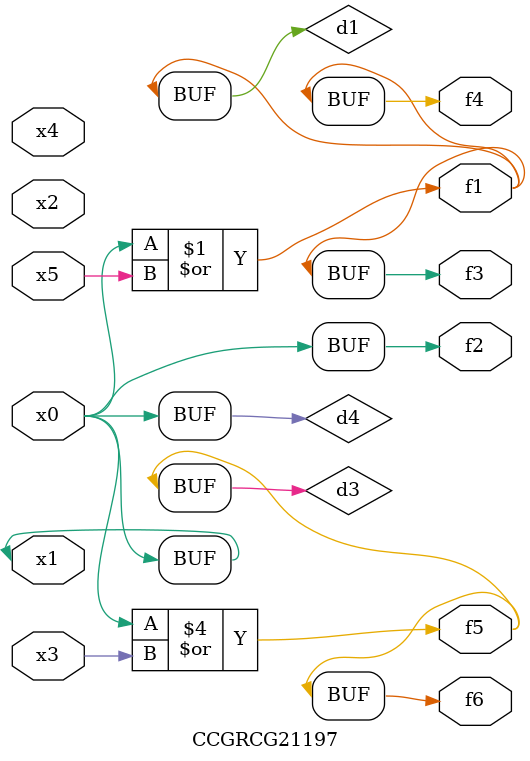
<source format=v>
module CCGRCG21197(
	input x0, x1, x2, x3, x4, x5,
	output f1, f2, f3, f4, f5, f6
);

	wire d1, d2, d3, d4;

	or (d1, x0, x5);
	xnor (d2, x1, x4);
	or (d3, x0, x3);
	buf (d4, x0, x1);
	assign f1 = d1;
	assign f2 = d4;
	assign f3 = d1;
	assign f4 = d1;
	assign f5 = d3;
	assign f6 = d3;
endmodule

</source>
